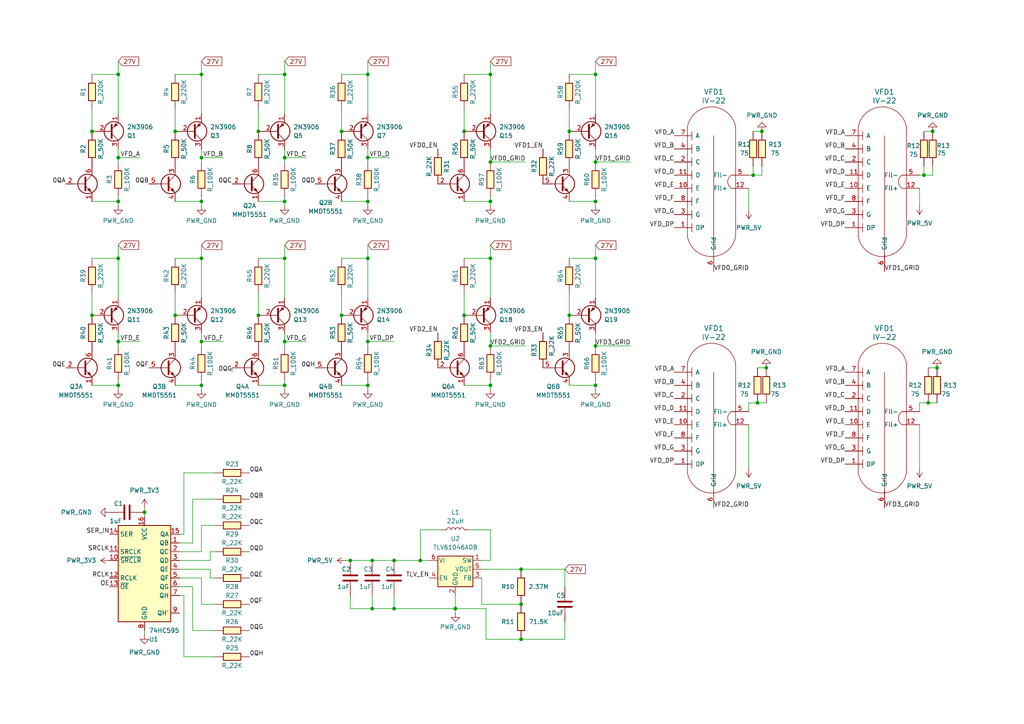
<source format=kicad_sch>
(kicad_sch (version 20230121) (generator eeschema)
  (paper "A4")
  (junction (at 26.67 38.1))
  (junction (at 106.68 99.06))
  (junction (at 106.68 21.59))
  (junction (at 107.95 162.56))
  (junction (at 101.6 162.56))
  (junction (at 106.68 58.42))
  (junction (at 82.55 58.42))
  (junction (at 142.24 74.93))
  (junction (at 142.24 21.59))
  (junction (at 132.08 176.53))
  (junction (at 58.42 99.06))
  (junction (at 106.68 45.72))
  (junction (at 172.72 46.99))
  (junction (at 172.72 58.42))
  (junction (at 165.1 38.1))
  (junction (at 219.71 116.84))
  (junction (at 142.24 58.42))
  (junction (at 121.92 162.56))
  (junction (at 106.68 111.76))
  (junction (at 270.51 38.1))
  (junction (at 82.55 99.06))
  (junction (at 58.42 45.72))
  (junction (at 34.29 99.06))
  (junction (at 34.29 21.59))
  (junction (at 50.8 38.1))
  (junction (at 82.55 111.76))
  (junction (at 58.42 74.93))
  (junction (at 58.42 58.42))
  (junction (at 58.42 21.59))
  (junction (at 74.93 91.44))
  (junction (at 82.55 45.72))
  (junction (at 34.29 45.72))
  (junction (at 58.42 111.76))
  (junction (at 41.91 148.59))
  (junction (at 114.3 176.53))
  (junction (at 172.72 74.93))
  (junction (at 222.25 106.68))
  (junction (at 107.95 176.53))
  (junction (at 142.24 100.33))
  (junction (at 267.97 50.8))
  (junction (at 172.72 21.59))
  (junction (at 50.8 91.44))
  (junction (at 151.13 175.26))
  (junction (at 106.68 74.93))
  (junction (at 142.24 46.99))
  (junction (at 220.98 38.1))
  (junction (at 165.1 91.44))
  (junction (at 74.93 38.1))
  (junction (at 99.06 91.44))
  (junction (at 151.13 185.42))
  (junction (at 34.29 74.93))
  (junction (at 269.24 116.84))
  (junction (at 114.3 162.56))
  (junction (at 34.29 111.76))
  (junction (at 82.55 21.59))
  (junction (at 218.44 50.8))
  (junction (at 271.78 106.68))
  (junction (at 82.55 74.93))
  (junction (at 99.06 38.1))
  (junction (at 172.72 111.76))
  (junction (at 26.67 91.44))
  (junction (at 172.72 100.33))
  (junction (at 142.24 111.76))
  (junction (at 34.29 58.42))
  (junction (at 134.62 91.44))
  (junction (at 151.13 165.1))
  (junction (at 134.62 38.1))
  (wire (pts (xy 218.44 48.26) (xy 218.44 50.8)))
  (wire (pts (xy 267.97 48.26) (xy 267.97 50.8)))
  (wire (pts (xy 218.44 50.8) (xy 220.98 50.8)))
  (wire (pts (xy 106.68 71.12) (xy 106.68 74.93)))
  (wire (pts (xy 114.3 99.06) (xy 106.68 99.06)))
  (wire (pts (xy 62.23 167.64) (xy 60.96 167.64)))
  (wire (pts (xy 217.17 123.19) (xy 217.17 135.89)))
  (wire (pts (xy 53.34 172.72) (xy 53.34 190.5)))
  (wire (pts (xy 58.42 113.03) (xy 58.42 111.76)))
  (wire (pts (xy 41.91 148.59) (xy 41.91 149.86)))
  (wire (pts (xy 26.67 21.59) (xy 34.29 21.59)))
  (wire (pts (xy 74.93 21.59) (xy 82.55 21.59)))
  (wire (pts (xy 99.06 31.75) (xy 99.06 38.1)))
  (wire (pts (xy 74.93 58.42) (xy 82.55 58.42)))
  (wire (pts (xy 74.93 31.75) (xy 74.93 38.1)))
  (wire (pts (xy 100.33 162.56) (xy 101.6 162.56)))
  (wire (pts (xy 26.67 111.76) (xy 34.29 111.76)))
  (wire (pts (xy 266.7 116.84) (xy 269.24 116.84)))
  (wire (pts (xy 62.23 144.78) (xy 55.88 144.78)))
  (wire (pts (xy 219.71 116.84) (xy 222.25 116.84)))
  (wire (pts (xy 142.24 162.56) (xy 139.7 162.56)))
  (wire (pts (xy 165.1 21.59) (xy 172.72 21.59)))
  (wire (pts (xy 74.93 74.93) (xy 82.55 74.93)))
  (wire (pts (xy 165.1 74.93) (xy 172.72 74.93)))
  (wire (pts (xy 114.3 172.72) (xy 114.3 176.53)))
  (wire (pts (xy 140.97 176.53) (xy 140.97 185.42)))
  (wire (pts (xy 101.6 172.72) (xy 101.6 176.53)))
  (wire (pts (xy 50.8 58.42) (xy 58.42 58.42)))
  (wire (pts (xy 82.55 17.78) (xy 82.55 21.59)))
  (wire (pts (xy 99.06 21.59) (xy 106.68 21.59)))
  (wire (pts (xy 34.29 17.78) (xy 34.29 21.59)))
  (wire (pts (xy 165.1 85.09) (xy 165.1 91.44)))
  (wire (pts (xy 40.64 45.72) (xy 34.29 45.72)))
  (wire (pts (xy 88.9 99.06) (xy 82.55 99.06)))
  (wire (pts (xy 142.24 43.18) (xy 142.24 46.99)))
  (wire (pts (xy 58.42 152.4) (xy 62.23 152.4)))
  (wire (pts (xy 34.29 74.93) (xy 34.29 86.36)))
  (wire (pts (xy 58.42 21.59) (xy 58.42 33.02)))
  (wire (pts (xy 134.62 74.93) (xy 142.24 74.93)))
  (wire (pts (xy 142.24 17.78) (xy 142.24 21.59)))
  (wire (pts (xy 217.17 54.61) (xy 217.17 60.96)))
  (wire (pts (xy 142.24 21.59) (xy 142.24 33.02)))
  (wire (pts (xy 106.68 17.78) (xy 106.68 21.59)))
  (wire (pts (xy 121.92 153.67) (xy 128.27 153.67)))
  (wire (pts (xy 142.24 153.67) (xy 142.24 162.56)))
  (wire (pts (xy 52.07 167.64) (xy 58.42 167.64)))
  (wire (pts (xy 62.23 137.16) (xy 53.34 137.16)))
  (wire (pts (xy 165.1 31.75) (xy 165.1 38.1)))
  (wire (pts (xy 82.55 21.59) (xy 82.55 33.02)))
  (wire (pts (xy 88.9 45.72) (xy 82.55 45.72)))
  (wire (pts (xy 26.67 85.09) (xy 26.67 91.44)))
  (wire (pts (xy 163.83 180.34) (xy 163.83 185.42)))
  (wire (pts (xy 172.72 71.12) (xy 172.72 74.93)))
  (wire (pts (xy 172.72 43.18) (xy 172.72 46.99)))
  (wire (pts (xy 142.24 74.93) (xy 142.24 86.36)))
  (wire (pts (xy 165.1 111.76) (xy 172.72 111.76)))
  (wire (pts (xy 53.34 190.5) (xy 62.23 190.5)))
  (wire (pts (xy 266.7 119.38) (xy 266.7 116.84)))
  (wire (pts (xy 134.62 85.09) (xy 134.62 91.44)))
  (wire (pts (xy 134.62 31.75) (xy 134.62 38.1)))
  (wire (pts (xy 220.98 50.8) (xy 220.98 48.26)))
  (wire (pts (xy 139.7 167.64) (xy 139.7 175.26)))
  (wire (pts (xy 50.8 21.59) (xy 58.42 21.59)))
  (wire (pts (xy 107.95 176.53) (xy 114.3 176.53)))
  (wire (pts (xy 172.72 74.93) (xy 172.72 86.36)))
  (wire (pts (xy 106.68 43.18) (xy 106.68 45.72)))
  (wire (pts (xy 218.44 50.8) (xy 217.17 50.8)))
  (wire (pts (xy 58.42 160.02) (xy 58.42 152.4)))
  (wire (pts (xy 142.24 113.03) (xy 142.24 111.76)))
  (wire (pts (xy 26.67 74.93) (xy 34.29 74.93)))
  (wire (pts (xy 142.24 100.33) (xy 152.4 100.33)))
  (wire (pts (xy 132.08 176.53) (xy 132.08 177.8)))
  (wire (pts (xy 55.88 144.78) (xy 55.88 157.48)))
  (wire (pts (xy 151.13 185.42) (xy 163.83 185.42)))
  (wire (pts (xy 82.55 71.12) (xy 82.55 74.93)))
  (wire (pts (xy 132.08 172.72) (xy 132.08 176.53)))
  (wire (pts (xy 172.72 59.69) (xy 172.72 58.42)))
  (wire (pts (xy 134.62 21.59) (xy 142.24 21.59)))
  (wire (pts (xy 106.68 57.15) (xy 106.68 58.42)))
  (wire (pts (xy 40.64 99.06) (xy 34.29 99.06)))
  (wire (pts (xy 101.6 162.56) (xy 107.95 162.56)))
  (wire (pts (xy 82.55 45.72) (xy 82.55 46.99)))
  (wire (pts (xy 114.3 162.56) (xy 121.92 162.56)))
  (wire (pts (xy 99.06 74.93) (xy 106.68 74.93)))
  (wire (pts (xy 172.72 46.99) (xy 182.88 46.99)))
  (wire (pts (xy 132.08 176.53) (xy 140.97 176.53)))
  (wire (pts (xy 142.24 57.15) (xy 142.24 58.42)))
  (wire (pts (xy 58.42 57.15) (xy 58.42 58.42)))
  (wire (pts (xy 50.8 111.76) (xy 58.42 111.76)))
  (wire (pts (xy 34.29 113.03) (xy 34.29 111.76)))
  (wire (pts (xy 266.7 123.19) (xy 266.7 135.89)))
  (wire (pts (xy 58.42 99.06) (xy 58.42 100.33)))
  (wire (pts (xy 52.07 170.18) (xy 55.88 170.18)))
  (wire (pts (xy 106.68 45.72) (xy 106.68 46.99)))
  (wire (pts (xy 113.03 45.72) (xy 106.68 45.72)))
  (wire (pts (xy 135.89 153.67) (xy 142.24 153.67)))
  (wire (pts (xy 58.42 45.72) (xy 58.42 46.99)))
  (wire (pts (xy 106.68 113.03) (xy 106.68 111.76)))
  (wire (pts (xy 58.42 43.18) (xy 58.42 45.72)))
  (wire (pts (xy 58.42 167.64) (xy 58.42 175.26)))
  (wire (pts (xy 121.92 162.56) (xy 124.46 162.56)))
  (wire (pts (xy 50.8 31.75) (xy 50.8 38.1)))
  (wire (pts (xy 151.13 165.1) (xy 163.83 165.1)))
  (wire (pts (xy 107.95 172.72) (xy 107.95 176.53)))
  (wire (pts (xy 218.44 38.1) (xy 220.98 38.1)))
  (wire (pts (xy 55.88 170.18) (xy 55.88 182.88)))
  (wire (pts (xy 165.1 58.42) (xy 172.72 58.42)))
  (wire (pts (xy 34.29 21.59) (xy 34.29 33.02)))
  (wire (pts (xy 134.62 58.42) (xy 142.24 58.42)))
  (wire (pts (xy 60.96 160.02) (xy 62.23 160.02)))
  (wire (pts (xy 52.07 172.72) (xy 53.34 172.72)))
  (wire (pts (xy 58.42 59.69) (xy 58.42 58.42)))
  (wire (pts (xy 26.67 31.75) (xy 26.67 38.1)))
  (wire (pts (xy 64.77 45.72) (xy 58.42 45.72)))
  (wire (pts (xy 172.72 17.78) (xy 172.72 21.59)))
  (wire (pts (xy 267.97 50.8) (xy 270.51 50.8)))
  (wire (pts (xy 82.55 113.03) (xy 82.55 111.76)))
  (wire (pts (xy 34.29 45.72) (xy 34.29 46.99)))
  (wire (pts (xy 82.55 43.18) (xy 82.55 45.72)))
  (wire (pts (xy 106.68 96.52) (xy 106.68 99.06)))
  (wire (pts (xy 82.55 57.15) (xy 82.55 58.42)))
  (wire (pts (xy 172.72 21.59) (xy 172.72 33.02)))
  (wire (pts (xy 82.55 99.06) (xy 82.55 100.33)))
  (wire (pts (xy 106.68 59.69) (xy 106.68 58.42)))
  (wire (pts (xy 163.83 165.1) (xy 163.83 170.18)))
  (wire (pts (xy 55.88 182.88) (xy 62.23 182.88)))
  (wire (pts (xy 26.67 58.42) (xy 34.29 58.42)))
  (wire (pts (xy 114.3 176.53) (xy 132.08 176.53)))
  (wire (pts (xy 41.91 182.88) (xy 41.91 184.15)))
  (wire (pts (xy 270.51 48.26) (xy 270.51 50.8)))
  (wire (pts (xy 53.34 137.16) (xy 53.34 154.94)))
  (wire (pts (xy 34.29 96.52) (xy 34.29 99.06)))
  (wire (pts (xy 142.24 46.99) (xy 152.4 46.99)))
  (wire (pts (xy 139.7 165.1) (xy 151.13 165.1)))
  (wire (pts (xy 107.95 162.56) (xy 114.3 162.56)))
  (wire (pts (xy 121.92 162.56) (xy 121.92 153.67)))
  (wire (pts (xy 67.31 106.68) (xy 67.31 107.95)))
  (wire (pts (xy 269.24 106.68) (xy 271.78 106.68)))
  (wire (pts (xy 34.29 110.49) (xy 34.29 111.76)))
  (wire (pts (xy 269.24 116.84) (xy 271.78 116.84)))
  (wire (pts (xy 99.06 111.76) (xy 106.68 111.76)))
  (wire (pts (xy 172.72 100.33) (xy 182.88 100.33)))
  (wire (pts (xy 53.34 154.94) (xy 52.07 154.94)))
  (wire (pts (xy 99.06 85.09) (xy 99.06 91.44)))
  (wire (pts (xy 34.29 71.12) (xy 34.29 74.93)))
  (wire (pts (xy 142.24 59.69) (xy 142.24 58.42)))
  (wire (pts (xy 82.55 96.52) (xy 82.55 99.06)))
  (wire (pts (xy 140.97 185.42) (xy 151.13 185.42)))
  (wire (pts (xy 50.8 85.09) (xy 50.8 91.44)))
  (wire (pts (xy 82.55 59.69) (xy 82.55 58.42)))
  (wire (pts (xy 82.55 110.49) (xy 82.55 111.76)))
  (wire (pts (xy 217.17 116.84) (xy 219.71 116.84)))
  (wire (pts (xy 267.97 38.1) (xy 270.51 38.1)))
  (wire (pts (xy 172.72 57.15) (xy 172.72 58.42)))
  (wire (pts (xy 50.8 74.93) (xy 58.42 74.93)))
  (wire (pts (xy 106.68 74.93) (xy 106.68 86.36)))
  (wire (pts (xy 60.96 167.64) (xy 60.96 165.1)))
  (wire (pts (xy 172.72 110.49) (xy 172.72 111.76)))
  (wire (pts (xy 74.93 111.76) (xy 82.55 111.76)))
  (wire (pts (xy 60.96 162.56) (xy 52.07 162.56)))
  (wire (pts (xy 219.71 106.68) (xy 222.25 106.68)))
  (wire (pts (xy 217.17 119.38) (xy 217.17 116.84)))
  (wire (pts (xy 58.42 110.49) (xy 58.42 111.76)))
  (wire (pts (xy 142.24 96.52) (xy 142.24 100.33)))
  (wire (pts (xy 266.7 54.61) (xy 266.7 59.69)))
  (wire (pts (xy 106.68 110.49) (xy 106.68 111.76)))
  (wire (pts (xy 139.7 175.26) (xy 151.13 175.26)))
  (wire (pts (xy 267.97 50.8) (xy 266.7 50.8)))
  (wire (pts (xy 106.68 21.59) (xy 106.68 33.02)))
  (wire (pts (xy 60.96 160.02) (xy 60.96 162.56)))
  (wire (pts (xy 106.68 99.06) (xy 106.68 100.33)))
  (wire (pts (xy 64.77 99.06) (xy 58.42 99.06)))
  (wire (pts (xy 34.29 99.06) (xy 34.29 100.33)))
  (wire (pts (xy 58.42 17.78) (xy 58.42 21.59)))
  (wire (pts (xy 74.93 85.09) (xy 74.93 91.44)))
  (wire (pts (xy 58.42 175.26) (xy 62.23 175.26)))
  (wire (pts (xy 34.29 59.69) (xy 34.29 58.42)))
  (wire (pts (xy 34.29 43.18) (xy 34.29 45.72)))
  (wire (pts (xy 41.91 147.32) (xy 41.91 148.59)))
  (wire (pts (xy 34.29 57.15) (xy 34.29 58.42)))
  (wire (pts (xy 142.24 71.12) (xy 142.24 74.93)))
  (wire (pts (xy 60.96 165.1) (xy 52.07 165.1)))
  (wire (pts (xy 142.24 110.49) (xy 142.24 111.76)))
  (wire (pts (xy 99.06 58.42) (xy 106.68 58.42)))
  (wire (pts (xy 58.42 71.12) (xy 58.42 74.93)))
  (wire (pts (xy 172.72 96.52) (xy 172.72 100.33)))
  (wire (pts (xy 134.62 111.76) (xy 142.24 111.76)))
  (wire (pts (xy 82.55 74.93) (xy 82.55 86.36)))
  (wire (pts (xy 101.6 176.53) (xy 107.95 176.53)))
  (wire (pts (xy 58.42 74.93) (xy 58.42 86.36)))
  (wire (pts (xy 55.88 157.48) (xy 52.07 157.48)))
  (wire (pts (xy 58.42 96.52) (xy 58.42 99.06)))
  (wire (pts (xy 172.72 113.03) (xy 172.72 111.76)))
  (wire (pts (xy 58.42 160.02) (xy 52.07 160.02)))
  (label "VFD1_GRID" (at 256.54 78.74 0))
  (label "VFD_E" (at 195.58 54.61 180))
  (label "0QD" (at 91.44 53.34 180))
  (label "0QG" (at 67.31 107.95 180))
  (label "0QH" (at 91.44 106.68 180))
  (label "VFD_F" (at 245.11 127 180))
  (label "VFD_B" (at 195.58 111.76 180))
  (label "VFD_A" (at 195.58 107.95 180))
  (label "VFD_DP" (at 195.58 66.04 180))
  (label "RCLK" (at 31.75 167.64 180))
  (label "VFD_G" (at 245.11 62.23 180))
  (label "VFD_C" (at 195.58 46.99 180))
  (label "VFD_F" (at 64.77 99.06 180))
  (label "VFD_B" (at 245.11 111.76 180))
  (label "0QB" (at 43.18 53.34 180))
  (label "0QD" (at 72.39 160.02 0))
  (label "VFD_D" (at 195.58 50.8 180))
  (label "0QG" (at 72.39 182.88 0))
  (label "VFD_B" (at 245.11 43.18 180))
  (label "VFD_G" (at 88.9 99.06 180))
  (label "VFD_DP" (at 245.11 66.04 180))
  (label "VFD_F" (at 245.11 58.42 180))
  (label "VFD_G" (at 195.58 130.81 180))
  (label "VFD_C" (at 195.58 115.57 180))
  (label "VFD0_EN" (at 127 43.18 180))
  (label "VFD_D" (at 113.03 45.72 180))
  (label "VFD_F" (at 195.58 58.42 180))
  (label "VFD_E" (at 245.11 123.19 180))
  (label "0QB" (at 72.39 144.78 0))
  (label "0QA" (at 72.39 137.16 0))
  (label "VFD_F" (at 195.58 127 180))
  (label "VFD_B" (at 195.58 43.18 180))
  (label "VFD_G" (at 195.58 62.23 180))
  (label "VFD3_GRID" (at 256.54 147.32 0))
  (label "VFD3_EN" (at 157.48 96.52 180))
  (label "VFD_B" (at 64.77 45.72 180))
  (label "VFD_DP" (at 245.11 134.62 180))
  (label "VFD_A" (at 40.64 45.72 180))
  (label "VFD_DP" (at 114.3 99.06 180))
  (label "VFD_E" (at 40.64 99.06 180))
  (label "VFD0_GRID" (at 207.01 78.74 0))
  (label "SER_IN" (at 31.75 154.94 180))
  (label "SRCLK" (at 31.75 160.02 180))
  (label "VFD_A" (at 245.11 107.95 180))
  (label "VFD_DP" (at 195.58 134.62 180))
  (label "VFD_C" (at 88.9 45.72 180))
  (label "VFD2_GRID" (at 207.01 147.32 0))
  (label "VFD0_GRID" (at 152.4 46.99 180))
  (label "VFD_A" (at 245.11 39.37 180))
  (label "0QE" (at 19.05 106.68 180))
  (label "VFD_E" (at 245.11 54.61 180))
  (label "VFD_E" (at 195.58 123.19 180))
  (label "VFD_D" (at 245.11 119.38 180))
  (label "VFD_C" (at 245.11 46.99 180))
  (label "0QF" (at 72.39 175.26 0))
  (label "0QE" (at 72.39 167.64 0))
  (label "0QC" (at 67.31 53.34 180))
  (label "VFD1_EN" (at 157.48 43.18 180))
  (label "VFD_A" (at 195.58 39.37 180))
  (label "VFD_G" (at 245.11 130.81 180))
  (label "VFD2_EN" (at 127 96.52 180))
  (label "VFD_D" (at 245.11 50.8 180))
  (label "0QH" (at 72.39 190.5 0))
  (label "VFD3_GRID" (at 182.88 100.33 180))
  (label "0QF" (at 43.18 106.68 180))
  (label "VFD2_GRID" (at 152.4 100.33 180))
  (label "0QC" (at 72.39 152.4 0))
  (label "VFD1_GRID" (at 182.88 46.99 180))
  (label "0QA" (at 19.05 53.34 180))
  (label "OE" (at 31.75 170.18 180))
  (label "TLV_EN" (at 124.46 167.64 180))
  (label "VFD_D" (at 195.58 119.38 180))
  (label "VFD_C" (at 245.11 115.57 180))
  (global_label "27V" (shape input) (at 58.42 71.12 0) (property "Intersheetrefs" "${INTERSHEET_REFS}" (effects hide)))
  (global_label "27V" (shape input) (at 172.72 71.12 0) (property "Intersheetrefs" "${INTERSHEET_REFS}" (effects hide)))
  (global_label "27V" (shape input) (at 106.68 17.78 0) (property "Intersheetrefs" "${INTERSHEET_REFS}" (effects hide)))
  (global_label "27V" (shape input) (at 163.83 165.1 0) (property "Intersheetrefs" "${INTERSHEET_REFS}" (effects hide)))
  (global_label "27V" (shape input) (at 172.72 17.78 0) (property "Intersheetrefs" "${INTERSHEET_REFS}" (effects hide)))
  (global_label "27V" (shape input) (at 106.68 71.12 0) (property "Intersheetrefs" "${INTERSHEET_REFS}" (effects hide)))
  (global_label "27V" (shape input) (at 82.55 17.78 0) (property "Intersheetrefs" "${INTERSHEET_REFS}" (effects hide)))
  (global_label "27V" (shape input) (at 58.42 17.78 0) (property "Intersheetrefs" "${INTERSHEET_REFS}" (effects hide)))
  (global_label "27V" (shape input) (at 34.29 71.12 0) (property "Intersheetrefs" "${INTERSHEET_REFS}" (effects hide)))
  (global_label "27V" (shape input) (at 142.24 71.12 0) (property "Intersheetrefs" "${INTERSHEET_REFS}" (effects hide)))
  (global_label "27V" (shape input) (at 34.29 17.78 0) (property "Intersheetrefs" "${INTERSHEET_REFS}" (effects hide)))
  (global_label "27V" (shape input) (at 142.24 17.78 0) (property "Intersheetrefs" "${INTERSHEET_REFS}" (effects hide)))
  (global_label "27V" (shape input) (at 82.55 71.12 0) (property "Intersheetrefs" "${INTERSHEET_REFS}" (effects hide)))
  (symbol (lib_id "Transistor_BJT:2N3906") (at 80.01 91.44 0) (mirror x) (unit 1)
    (property "Reference" "Q13" (at 85.09 92.71 0) (effects (justify left)))
    (property "Value" "2N3906" (at 85.09 90.17 0) (effects (justify left)))
    (property "Footprint" "Package_TO_SOT_THT:TO-92_Inline" (effects hide))
    (property "Datasheet" "https://www.onsemi.com/pub/Collateral/2N3906-D.PDF" (effects hide))
    (instances (project "vfd_clock" (path "" (reference "Q13") (unit 1))) (project "vfd_clock_display_board" (path "" (reference "Q10") (unit 1))))
  )
  (symbol (lib_id "Fab:R_1206") (at 67.31 152.4 90) (mirror x) (unit 1)
    (property "Reference" "R29" (at 67.31 154.94 90))
    (property "Value" "R_22K" (at 67.31 149.86 90))
    (property "Footprint" "Fab:R_1206" (effects hide))
    (instances (project "vfd_clock" (path "" (reference "R29") (unit 1))) (project "vfd_clock_display_board" (path "" (reference "R59") (unit 1))) (project "vfd_board" (path "" (reference "R10") (unit 1))))
  )
  (symbol (lib_id "Fab:R_1206") (at 165.1 26.67 0) (mirror y) (unit 1)
    (property "Reference" "R58" (at 162.56 26.67 90))
    (property "Value" "R_220K" (at 167.64 26.67 90))
    (property "Footprint" "Fab:R_1206" (effects hide))
    (instances (project "vfd_clock" (path "" (reference "R58") (unit 1))) (project "vfd_clock_display_board" (path "" (reference "R87") (unit 1))) (project "vfd_board" (path "" (reference "R10") (unit 1))))
  )
  (symbol (lib_id "Fab:C_1206") (at 101.6 167.64 0) (unit 1)
    (property "Reference" "C2" (at 99.06 165.1 0) (effects (justify left)))
    (property "Value" "1uF" (at 97.79 170.18 0) (effects (justify left)))
    (property "Footprint" "Fab:C_1206" (effects hide))
    (property "Datasheet" "https://www.yageo.com/upload/media/product/productsearch/datasheet/mlcc/UPY-GP_NP0_16V-to-50V_18.pdf" (effects hide))
    (instances (project "vfd_clock" (path "" (reference "C2") (unit 1)) (path "" (reference "C2") (unit 1))) (project "vfd_clock_display_board" (path "" (reference "C2") (unit 1))) (project "vfd_pcb" (path "" (reference "C1") (unit 1))))
  )
  (symbol (lib_id "Fab:R_1206") (at 58.42 52.07 0) (mirror y) (unit 1)
    (property "Reference" "R6" (at 55.88 52.07 90))
    (property "Value" "R_100K" (at 60.96 52.07 90))
    (property "Footprint" "Fab:R_1206" (effects hide))
    (instances (project "vfd_clock" (path "" (reference "R6") (unit 1))) (project "vfd_clock_display_board" (path "" (reference "R55") (unit 1))) (project "vfd_board" (path "" (reference "R10") (unit 1))))
  )
  (symbol (lib_id "Fab:PWR_3V3") (at 31.75 162.56 90) (mirror x) (unit 1)
    (property "Reference" "#PWR05" (effects hide))
    (property "Value" "PWR_3V3" (at 27.94 162.56 90) (effects (justify left)))
    (instances (project "vfd_clock" (path "" (reference "#PWR05") (unit 1)) (path "" (reference "#PWR021") (unit 1))) (project "vfd_clock_display_board" (path "" (reference "#PWR010") (unit 1))) (project "vfd_pcb" (path "" (reference "#PWR06") (unit 1))))
  )
  (symbol (lib_id "Fab:PWR_GND") (at 142.24 59.69 0) (unit 1)
    (property "Reference" "#PWR08" (effects hide))
    (property "Value" "PWR_GND" (at 146.7604 64.0253 0) (effects (justify right)))
    (instances (project "vfd_clock" (path "" (reference "#PWR08") (unit 1)) (path "" (reference "#PWR025") (unit 1))) (project "vfd_clock_display_board" (path "" (reference "#PWR021") (unit 1))) (project "vfd_pcb" (path "" (reference "#PWR02") (unit 1))))
  )
  (symbol (lib_id "Fab:PWR_GND") (at 106.68 59.69 0) (unit 1)
    (property "Reference" "#PWR08" (effects hide))
    (property "Value" "PWR_GND" (at 111.2004 64.0253 0) (effects (justify right)))
    (instances (project "vfd_clock" (path "" (reference "#PWR08") (unit 1)) (path "" (reference "#PWR023") (unit 1))) (project "vfd_clock_display_board" (path "" (reference "#PWR019") (unit 1))) (project "vfd_pcb" (path "" (reference "#PWR02") (unit 1))))
  )
  (symbol (lib_id "Fab:PWR_GND") (at 31.75 148.59 270) (mirror x) (unit 1)
    (property "Reference" "#PWR04" (effects hide))
    (property "Value" "PWR_GND" (at 26.67 148.59 90) (effects (justify right)))
    (instances (project "vfd_clock" (path "" (reference "#PWR04") (unit 1)) (path "" (reference "#PWR015") (unit 1))) (project "vfd_clock_display_board" (path "" (reference "#PWR09") (unit 1))) (project "vfd_pcb" (path "" (reference "#PWR013") (unit 1))))
  )
  (symbol (lib_id "Fab:R_1206") (at 99.06 80.01 0) (mirror y) (unit 1)
    (property "Reference" "R52" (at 96.52 80.01 90))
    (property "Value" "R_220K" (at 101.6 80.01 90))
    (property "Footprint" "Fab:R_1206" (effects hide))
    (instances (project "vfd_clock" (path "" (reference "R52") (unit 1))) (project "vfd_clock_display_board" (path "" (reference "R73") (unit 1))) (project "vfd_board" (path "" (reference "R10") (unit 1))))
  )
  (symbol (lib_id "Fab:PWR_GND") (at 41.91 184.15 0) (mirror y) (unit 1)
    (property "Reference" "#PWR07" (effects hide))
    (property "Value" "PWR_GND" (at 41.91 189.23 0))
    (instances (project "vfd_clock" (path "" (reference "#PWR07") (unit 1)) (path "" (reference "#PWR027") (unit 1))) (project "vfd_clock_display_board" (path "" (reference "#PWR014") (unit 1))) (project "vfd_pcb" (path "" (reference "#PWR03") (unit 1))))
  )
  (symbol (lib_id "Fab:R_1206") (at 165.1 96.52 0) (mirror y) (unit 1)
    (property "Reference" "R65" (at 162.56 96.52 90))
    (property "Value" "R_50K" (at 167.64 96.52 90))
    (property "Footprint" "Fab:R_1206" (effects hide))
    (instances (project "vfd_clock" (path "" (reference "R65") (unit 1))) (project "vfd_clock_display_board" (path "" (reference "R90") (unit 1))) (project "vfd_board" (path "" (reference "R10") (unit 1))))
  )
  (symbol (lib_id "Fab:R_1206") (at 82.55 105.41 0) (mirror y) (unit 1)
    (property "Reference" "R51" (at 80.01 105.41 90))
    (property "Value" "R_100K" (at 85.09 105.41 90))
    (property "Footprint" "Fab:R_1206" (effects hide))
    (instances (project "vfd_clock" (path "" (reference "R51") (unit 1))) (project "vfd_clock_display_board" (path "" (reference "R70") (unit 1))) (project "vfd_board" (path "" (reference "R10") (unit 1))))
  )
  (symbol (lib_id "Transistor_BJT:2N3906") (at 170.18 38.1 0) (mirror x) (unit 1)
    (property "Reference" "Q16" (at 175.26 39.37 0) (effects (justify left)))
    (property "Value" "2N3906" (at 175.26 36.83 0) (effects (justify left)))
    (property "Footprint" "Package_TO_SOT_THT:TO-92_Inline" (effects hide))
    (property "Datasheet" "https://www.onsemi.com/pub/Collateral/2N3906-D.PDF" (effects hide))
    (instances (project "vfd_clock" (path "" (reference "Q16") (unit 1))) (project "vfd_clock_display_board" (path "" (reference "Q17") (unit 1))))
  )
  (symbol (lib_id "Fab:R_1206") (at 219.71 111.76 0) (mirror y) (unit 1)
    (property "Reference" "R12" (at 215.9 111.76 0))
    (property "Value" "75" (at 215.9 114.3 0))
    (property "Footprint" "Fab:R_1206" (effects hide))
    (instances (project "vfd_clock" (path "" (reference "R12") (unit 1)) (path "" (reference "R14") (unit 1))) (project "vfd_clock_display_board" (path "" (reference "R94") (unit 1))) (project "vfd_pcb" (path "" (reference "R18") (unit 1))))
  )
  (symbol (lib_id "Fab:R_1206") (at 172.72 105.41 0) (mirror y) (unit 1)
    (property "Reference" "R66" (at 170.18 105.41 90))
    (property "Value" "R_100K" (at 175.26 105.41 90))
    (property "Footprint" "Fab:R_1206" (effects hide))
    (instances (project "vfd_clock" (path "" (reference "R66") (unit 1))) (project "vfd_clock_display_board" (path "" (reference "R92") (unit 1))) (project "vfd_board" (path "" (reference "R10") (unit 1))))
  )
  (symbol (lib_id "Fab:R_1206") (at 270.51 43.18 0) (mirror y) (unit 1)
    (property "Reference" "R13" (at 273.5798 42.2327 0))
    (property "Value" "75" (at 273.05 44.45 0))
    (property "Footprint" "Fab:R_1206" (effects hide))
    (instances (project "vfd_clock" (path "" (reference "R13") (unit 1)) (path "" (reference "R19") (unit 1))) (project "vfd_clock_display_board" (path "" (reference "R99") (unit 1))) (project "vfd_pcb" (path "" (reference "R17") (unit 1))))
  )
  (symbol (lib_id "Transistor_BJT:2N3906") (at 139.7 91.44 0) (mirror x) (unit 1)
    (property "Reference" "Q18" (at 144.78 92.71 0) (effects (justify left)))
    (property "Value" "2N3906" (at 144.78 90.17 0) (effects (justify left)))
    (property "Footprint" "Package_TO_SOT_THT:TO-92_Inline" (effects hide))
    (property "Datasheet" "https://www.onsemi.com/pub/Collateral/2N3906-D.PDF" (effects hide))
    (instances (project "vfd_clock" (path "" (reference "Q18") (unit 1))) (project "vfd_clock_display_board" (path "" (reference "Q16") (unit 1))))
  )
  (symbol (lib_id "Fab:PWR_GND") (at 58.42 59.69 0) (unit 1)
    (property "Reference" "#PWR08" (effects hide))
    (property "Value" "PWR_GND" (at 62.9404 64.0253 0) (effects (justify right)))
    (instances (project "vfd_clock" (path "" (reference "#PWR08") (unit 1)) (path "" (reference "#PWR020") (unit 1))) (project "vfd_clock_display_board" (path "" (reference "#PWR015") (unit 1))) (project "vfd_pcb" (path "" (reference "#PWR02") (unit 1))))
  )
  (symbol (lib_id "Fab:PWR_GND") (at 271.78 106.68 0) (mirror x) (unit 1)
    (property "Reference" "#PWR013" (effects hide))
    (property "Value" "PWR_GND" (at 276.3186 102.0573 0) (effects (justify right)))
    (instances (project "vfd_clock" (path "" (reference "#PWR013") (unit 1)) (path "" (reference "#PWR017") (unit 1))) (project "vfd_clock_display_board" (path "" (reference "#PWR032") (unit 1))) (project "vfd_pcb" (path "" (reference "#PWR012") (unit 1))))
  )
  (symbol (lib_id "Fab:PWR_3V3") (at 41.91 147.32 0) (mirror y) (unit 1)
    (property "Reference" "#PWR06" (effects hide))
    (property "Value" "PWR_3V3" (at 41.91 142.24 0))
    (instances (project "vfd_clock" (path "" (reference "#PWR06") (unit 1)) (path "" (reference "#PWR014") (unit 1))) (project "vfd_clock_display_board" (path "" (reference "#PWR013") (unit 1))) (project "vfd_pcb" (path "" (reference "#PWR01") (unit 1))))
  )
  (symbol (lib_id "Fab:PWR_GND") (at 106.68 113.03 0) (unit 1)
    (property "Reference" "#PWR08" (effects hide))
    (property "Value" "PWR_GND" (at 111.2004 117.3653 0) (effects (justify right)))
    (instances (project "vfd_clock" (path "" (reference "#PWR08") (unit 1)) (path "" (reference "#PWR024") (unit 1))) (project "vfd_clock_display_board" (path "" (reference "#PWR020") (unit 1))) (project "vfd_pcb" (path "" (reference "#PWR02") (unit 1))))
  )
  (symbol (lib_id "Fab:R_1206") (at 134.62 80.01 0) (mirror y) (unit 1)
    (property "Reference" "R61" (at 132.08 80.01 90))
    (property "Value" "R_220K" (at 137.16 80.01 90))
    (property "Footprint" "Fab:R_1206" (effects hide))
    (instances (project "vfd_clock" (path "" (reference "R61") (unit 1))) (project "vfd_clock_display_board" (path "" (reference "R81") (unit 1))) (project "vfd_board" (path "" (reference "R10") (unit 1))))
  )
  (symbol (lib_id "Fab:R_1206") (at 82.55 52.07 0) (mirror y) (unit 1)
    (property "Reference" "R35" (at 80.01 52.07 90))
    (property "Value" "R_100K" (at 85.09 52.07 90))
    (property "Footprint" "Fab:R_1206" (effects hide))
    (instances (project "vfd_clock" (path "" (reference "R35") (unit 1))) (project "vfd_clock_display_board" (path "" (reference "R69") (unit 1))) (project "vfd_board" (path "" (reference "R10") (unit 1))))
  )
  (symbol (lib_id "Transistor_BJT:2N3906") (at 55.88 91.44 0) (mirror x) (unit 1)
    (property "Reference" "Q12" (at 60.96 92.71 0) (effects (justify left)))
    (property "Value" "2N3906" (at 60.96 90.17 0) (effects (justify left)))
    (property "Footprint" "Package_TO_SOT_THT:TO-92_Inline" (effects hide))
    (property "Datasheet" "https://www.onsemi.com/pub/Collateral/2N3906-D.PDF" (effects hide))
    (instances (project "vfd_clock" (path "" (reference "Q12") (unit 1))) (project "vfd_clock_display_board" (path "" (reference "Q6") (unit 1))))
  )
  (symbol (lib_id "Fab:PWR_5V") (at 266.7 135.89 0) (mirror x) (unit 1)
    (property "Reference" "#PWR012" (effects hide))
    (property "Value" "PWR_5V" (at 266.7 140.97 0))
    (instances (project "vfd_clock" (path "" (reference "#PWR012") (unit 1)) (path "" (reference "#PWR016") (unit 1))) (project "vfd_clock_display_board" (path "" (reference "#PWR030") (unit 1))) (project "vfd_pcb" (path "" (reference "#PWR011") (unit 1))))
  )
  (symbol (lib_id "Transistor_BJT:MMDT5551") (at 132.08 53.34 0) (unit 1)
    (property "Reference" "Q5" (effects hide))
    (property "Value" "MMDT5551" (effects hide))
    (property "Footprint" "Package_TO_SOT_SMD:SOT-363_SC-70-6" (effects hide))
    (property "Datasheet" "http://www.diodes.com/_files/datasheets/ds30172.pdf" (effects hide))
    (instances (project "vfd_clock" (path "" (reference "Q5") (unit 1)) (path "" (reference "Q9") (unit 1))) (project "vfd_clock_display_board" (path "" (reference "Q13") (unit 1))) (project "vfd_pcb" (path "" (reference "Q3") (unit 1))))
  )
  (symbol (lib_id "Fab:R_1206") (at 50.8 26.67 0) (mirror y) (unit 1)
    (property "Reference" "R4" (at 48.26 26.67 90))
    (property "Value" "R_220K" (at 53.34 26.67 90))
    (property "Footprint" "Fab:R_1206" (effects hide))
    (instances (project "vfd_clock" (path "" (reference "R4") (unit 1))) (project "vfd_clock_display_board" (path "" (reference "R51") (unit 1))) (project "vfd_board" (path "" (reference "R10") (unit 1))))
  )
  (symbol (lib_id "Fab:R_1206") (at 222.25 111.76 0) (mirror y) (unit 1)
    (property "Reference" "R13" (at 226.06 111.76 0))
    (property "Value" "75" (at 224.79 114.3 0))
    (property "Footprint" "Fab:R_1206" (effects hide))
    (instances (project "vfd_clock" (path "" (reference "R13") (unit 1)) (path "" (reference "R16") (unit 1))) (project "vfd_clock_display_board" (path "" (reference "R96") (unit 1))) (project "vfd_pcb" (path "" (reference "R17") (unit 1))))
  )
  (symbol (lib_id "Transistor_BJT:2N3906") (at 104.14 91.44 0) (mirror x) (unit 1)
    (property "Reference" "Q14" (at 109.22 92.71 0) (effects (justify left)))
    (property "Value" "2N3906" (at 109.22 90.17 0) (effects (justify left)))
    (property "Footprint" "Package_TO_SOT_THT:TO-92_Inline" (effects hide))
    (property "Datasheet" "https://www.onsemi.com/pub/Collateral/2N3906-D.PDF" (effects hide))
    (instances (project "vfd_clock" (path "" (reference "Q14") (unit 1))) (project "vfd_clock_display_board" (path "" (reference "Q12") (unit 1))))
  )
  (symbol (lib_id "Transistor_BJT:2N3906") (at 31.75 38.1 0) (mirror x) (unit 1)
    (property "Reference" "Q1" (at 36.83 39.37 0) (effects (justify left)))
    (property "Value" "2N3906" (at 36.83 36.83 0) (effects (justify left)))
    (property "Footprint" "Package_TO_SOT_THT:TO-92_Inline" (effects hide))
    (property "Datasheet" "https://www.onsemi.com/pub/Collateral/2N3906-D.PDF" (effects hide))
    (instances (project "vfd_clock" (path "" (reference "Q1") (unit 1))) (project "vfd_clock_display_board" (path "" (reference "Q3") (unit 1))))
  )
  (symbol (lib_id "Fab:R_1206") (at 99.06 96.52 0) (mirror y) (unit 1)
    (property "Reference" "R53" (at 96.52 96.52 90))
    (property "Value" "R_50K" (at 101.6 96.52 90))
    (property "Footprint" "Fab:R_1206" (effects hide))
    (instances (project "vfd_clock" (path "" (reference "R53") (unit 1))) (project "vfd_clock_display_board" (path "" (reference "R74") (unit 1))) (project "vfd_board" (path "" (reference "R10") (unit 1))))
  )
  (symbol (lib_id "VFDs:IV-22") (at 207.01 124.46 0) (unit 1)
    (property "Reference" "VFD1" (at 207.01 95.25 0) (effects (font (size 1.524 1.524))))
    (property "Value" "IV-22" (at 207.01 97.79 0) (effects (font (size 1.524 1.524))))
    (property "Footprint" "VFD:IV-22" (effects hide))
    (instances (project "vfd_clock" (path "" (reference "VFD1") (unit 1)) (path "" (reference "VFD2") (unit 1))) (project "vfd_clock_display_board" (path "" (reference "VFD6") (unit 1))) (project "vfd_pcb" (path "" (reference "VFD1") (unit 1))))
  )
  (symbol (lib_id "Fab:R_1206") (at 220.98 43.18 0) (mirror y) (unit 1)
    (property "Reference" "R13" (at 224.79 41.91 0))
    (property "Value" "75" (at 224.79 44.45 0))
    (property "Footprint" "Fab:R_1206" (effects hide))
    (instances (project "vfd_clock" (path "" (reference "R13") (unit 1)) (path "" (reference "R12") (unit 1))) (project "vfd_clock_display_board" (path "" (reference "R95") (unit 1))) (project "vfd_pcb" (path "" (reference "R17") (unit 1))))
  )
  (symbol (lib_id "Fab:PWR_5V") (at 100.33 162.56 90) (mirror x) (unit 1)
    (property "Reference" "#PWR010" (effects hide))
    (property "Value" "PWR_5V" (at 96.52 162.56 90) (effects (justify left)))
    (instances (project "vfd_clock" (path "" (reference "#PWR010") (unit 1)) (path "" (reference "#PWR010") (unit 1))) (project "vfd_clock_display_board" (path "" (reference "#PWR033") (unit 1))) (project "vfd_pcb" (path "" (reference "#PWR09") (unit 1))))
  )
  (symbol (lib_id "Fab:R_1206") (at 26.67 26.67 0) (mirror y) (unit 1)
    (property "Reference" "R1" (at 24.13 26.67 90))
    (property "Value" "R_220K" (at 29.21 26.67 90))
    (property "Footprint" "Fab:R_1206" (effects hide))
    (instances (project "vfd_clock" (path "" (reference "R1") (unit 1))) (project "vfd_clock_display_board" (path "" (reference "R45") (unit 1))) (project "vfd_board" (path "" (reference "R10") (unit 1))))
  )
  (symbol (lib_id "Fab:PWR_GND") (at 222.25 106.68 0) (mirror x) (unit 1)
    (property "Reference" "#PWR013" (effects hide))
    (property "Value" "PWR_GND" (at 226.7886 102.0573 0) (effects (justify right)))
    (instances (project "vfd_clock" (path "" (reference "#PWR013") (unit 1)) (path "" (reference "#PWR09") (unit 1))) (project "vfd_clock_display_board" (path "" (reference "#PWR028") (unit 1))) (project "vfd_pcb" (path "" (reference "#PWR012") (unit 1))))
  )
  (symbol (lib_id "Fab:PWR_5V") (at 217.17 135.89 0) (mirror x) (unit 1)
    (property "Reference" "#PWR012" (effects hide))
    (property "Value" "PWR_5V" (at 217.17 140.97 0))
    (instances (project "vfd_clock" (path "" (reference "#PWR012") (unit 1)) (path "" (reference "#PWR05") (unit 1))) (project "vfd_clock_display_board" (path "" (reference "#PWR026") (unit 1))) (project "vfd_pcb" (path "" (reference "#PWR011") (unit 1))))
  )
  (symbol (lib_id "Fab:PWR_GND") (at 220.98 38.1 0) (mirror x) (unit 1)
    (property "Reference" "#PWR013" (effects hide))
    (property "Value" "PWR_GND" (at 225.5186 33.4773 0) (effects (justify right)))
    (instances (project "vfd_clock" (path "" (reference "#PWR013") (unit 1)) (path "" (reference "#PWR08") (unit 1))) (project "vfd_clock_display_board" (path "" (reference "#PWR027") (unit 1))) (project "vfd_pcb" (path "" (reference "#PWR012") (unit 1))))
  )
  (symbol (lib_id "Transistor_BJT:2N3906") (at 80.01 38.1 0) (mirror x) (unit 1)
    (property "Reference" "Q5" (at 85.09 39.37 0) (effects (justify left)))
    (property "Value" "2N3906" (at 85.09 36.83 0) (effects (justify left)))
    (property "Footprint" "Package_TO_SOT_THT:TO-92_Inline" (effects hide))
    (property "Datasheet" "https://www.onsemi.com/pub/Collateral/2N3906-D.PDF" (effects hide))
    (instances (project "vfd_clock" (path "" (reference "Q5") (unit 1))) (project "vfd_clock_display_board" (path "" (reference "Q9") (unit 1))))
  )
  (symbol (lib_id "Fab:R_1206") (at 106.68 52.07 0) (mirror y) (unit 1)
    (property "Reference" "R38" (at 104.14 52.07 90))
    (property "Value" "R_100K" (at 109.22 52.07 90))
    (property "Footprint" "Fab:R_1206" (effects hide))
    (instances (project "vfd_clock" (path "" (reference "R38") (unit 1))) (project "vfd_clock_display_board" (path "" (reference "R75") (unit 1))) (project "vfd_board" (path "" (reference "R10") (unit 1))))
  )
  (symbol (lib_id "Fab:R_1206") (at 67.31 175.26 270) (mirror x) (unit 1)
    (property "Reference" "R27" (at 67.31 172.72 90))
    (property "Value" "R_22K" (at 67.31 177.8 90))
    (property "Footprint" "Fab:R_1206" (effects hide))
    (instances (project "vfd_clock" (path "" (reference "R27") (unit 1))) (project "vfd_clock_display_board" (path "" (reference "R62") (unit 1))) (project "vfd_board" (path "" (reference "R10") (unit 1))))
  )
  (symbol (lib_id "Fab:PWR_GND") (at 34.29 113.03 0) (unit 1)
    (property "Reference" "#PWR08" (effects hide))
    (property "Value" "PWR_GND" (at 38.8104 117.3653 0) (effects (justify right)))
    (instances (project "vfd_clock" (path "" (reference "#PWR08") (unit 1)) (path "" (reference "#PWR07") (unit 1))) (project "vfd_clock_display_board" (path "" (reference "#PWR012") (unit 1))) (project "vfd_pcb" (path "" (reference "#PWR02") (unit 1))))
  )
  (symbol (lib_id "Fab:R_1206") (at 134.62 26.67 0) (mirror y) (unit 1)
    (property "Reference" "R55" (at 132.08 26.67 90))
    (property "Value" "R_220K" (at 137.16 26.67 90))
    (property "Footprint" "Fab:R_1206" (effects hide))
    (instances (project "vfd_clock" (path "" (reference "R55") (unit 1))) (project "vfd_clock_display_board" (path "" (reference "R79") (unit 1))) (project "vfd_board" (path "" (reference "R10") (unit 1))))
  )
  (symbol (lib_id "Transistor_BJT:MMDT5551") (at 48.26 53.34 0) (unit 2)
    (property "Reference" "Q1" (effects hide))
    (property "Value" "MMDT5551" (effects hide))
    (property "Footprint" "Package_TO_SOT_SMD:SOT-363_SC-70-6" (effects hide))
    (property "Datasheet" "http://www.diodes.com/_files/datasheets/ds30172.pdf" (effects hide))
    (instances (project "vfd_clock" (path "" (reference "Q1") (unit 2)) (path "" (reference "Q2") (unit 2))) (project "vfd_clock_display_board" (path "" (reference "Q1") (unit 2))) (project "vfd_pcb" (path "" (reference "Q3") (unit 2))))
  )
  (symbol (lib_id "Fab:R_1206") (at 50.8 43.18 0) (mirror y) (unit 1)
    (property "Reference" "R5" (at 48.26 43.18 90))
    (property "Value" "R_50K" (at 53.34 43.18 90))
    (property "Footprint" "Fab:R_1206" (effects hide))
    (instances (project "vfd_clock" (path "" (reference "R5") (unit 1))) (project "vfd_clock_display_board" (path "" (reference "R52") (unit 1))) (project "vfd_board" (path "" (reference "R10") (unit 1))))
  )
  (symbol (lib_id "Transistor_BJT:2N3906") (at 31.75 91.44 0) (mirror x) (unit 1)
    (property "Reference" "Q11" (at 36.83 92.71 0) (effects (justify left)))
    (property "Value" "2N3906" (at 36.83 90.17 0) (effects (justify left)))
    (property "Footprint" "Package_TO_SOT_THT:TO-92_Inline" (effects hide))
    (property "Datasheet" "https://www.onsemi.com/pub/Collateral/2N3906-D.PDF" (effects hide))
    (instances (project "vfd_clock" (path "" (reference "Q11") (unit 1))) (project "vfd_clock_display_board" (path "" (reference "Q4") (unit 1))))
  )
  (symbol (lib_id "Fab:R_1206") (at 67.31 160.02 90) (mirror x) (unit 1)
    (property "Reference" "R30" (at 67.31 162.56 90))
    (property "Value" "R_22K" (at 67.31 157.48 90))
    (property "Footprint" "Fab:R_1206" (effects hide))
    (instances (project "vfd_clock" (path "" (reference "R30") (unit 1))) (project "vfd_clock_display_board" (path "" (reference "R60") (unit 1))) (project "vfd_board" (path "" (reference "R10") (unit 1))))
  )
  (symbol (lib_id "Fab:R_1206") (at 127 48.26 0) (mirror x) (unit 1)
    (property "Reference" "R31" (at 129.54 48.26 90))
    (property "Value" "R_22K" (at 124.46 48.26 90))
    (property "Footprint" "Fab:R_1206" (effects hide))
    (instances (project "vfd_clock" (path "" (reference "R31") (unit 1))) (project "vfd_clock_display_board" (path "" (reference "R77") (unit 1))) (project "vfd_board" (path "" (reference "R10") (unit 1))))
  )
  (symbol (lib_id "Fab:R_1206") (at 74.93 80.01 0) (mirror y) (unit 1)
    (property "Reference" "R45" (at 72.39 80.01 90))
    (property "Value" "R_220K" (at 77.47 80.01 90))
    (property "Footprint" "Fab:R_1206" (effects hide))
    (instances (project "vfd_clock" (path "" (reference "R45") (unit 1))) (project "vfd_clock_display_board" (path "" (reference "R67") (unit 1))) (project "vfd_board" (path "" (reference "R10") (unit 1))))
  )
  (symbol (lib_id "VFDs:IV-22") (at 256.54 55.88 0) (unit 1)
    (property "Reference" "VFD1" (at 256.54 26.67 0) (effects (font (size 1.524 1.524))))
    (property "Value" "IV-22" (at 256.54 29.21 0) (effects (font (size 1.524 1.524))))
    (property "Footprint" "VFD:IV-22" (effects hide))
    (instances (project "vfd_clock" (path "" (reference "VFD1") (unit 1)) (path "" (reference "VFD3") (unit 1))) (project "vfd_clock_display_board" (path "" (reference "VFD7") (unit 1))) (project "vfd_pcb" (path "" (reference "VFD1") (unit 1))))
  )
  (symbol (lib_id "74xx:74HC595") (at 41.91 165.1 0) (unit 1)
    (property "Reference" "U1" (at 43.18 185.42 0) (effects (justify left)))
    (property "Value" "74HC595" (at 43.18 182.88 0) (effects (justify left)))
    (property "Footprint" "Package_SO:SOIC-16_3.9x9.9mm_P1.27mm" (effects hide))
    (property "Datasheet" "http://www.ti.com/lit/ds/symlink/sn74hc595.pdf" (effects hide))
    (instances (project "vfd_clock" (path "" (reference "U1") (unit 1)) (path "" (reference "U3") (unit 1))) (project "vfd_clock_display_board" (path "" (reference "U1") (unit 1))) (project "vfd_pcb" (path "" (reference "U1") (unit 1))))
  )
  (symbol (lib_id "Fab:PWR_GND") (at 142.24 113.03 0) (unit 1)
    (property "Reference" "#PWR08" (effects hide))
    (property "Value" "PWR_GND" (at 146.7604 117.3653 0) (effects (justify right)))
    (instances (project "vfd_clock" (path "" (reference "#PWR08") (unit 1)) (path "" (reference "#PWR028") (unit 1))) (project "vfd_clock_display_board" (path "" (reference "#PWR022") (unit 1))) (project "vfd_pcb" (path "" (reference "#PWR02") (unit 1))))
  )
  (symbol (lib_id "VFDs:IV-22") (at 207.01 55.88 0) (unit 1)
    (property "Reference" "VFD1" (at 207.01 26.67 0) (effects (font (size 1.524 1.524))))
    (property "Value" "IV-22" (at 207.01 29.21 0) (effects (font (size 1.524 1.524))))
    (property "Footprint" "VFD:IV-22" (effects hide))
    (instances (project "vfd_clock" (path "" (reference "VFD1") (unit 1)) (path "" (reference "VFD1") (unit 1))) (project "vfd_clock_display_board" (path "" (reference "VFD5") (unit 1))) (project "vfd_pcb" (path "" (reference "VFD1") (unit 1))))
  )
  (symbol (lib_id "Fab:R_1206") (at 99.06 43.18 0) (mirror y) (unit 1)
    (property "Reference" "R37" (at 96.52 43.18 90))
    (property "Value" "R_50K" (at 101.6 43.18 90))
    (property "Footprint" "Fab:R_1206" (effects hide))
    (instances (project "vfd_clock" (path "" (reference "R37") (unit 1))) (project "vfd_clock_display_board" (path "" (reference "R72") (unit 1))) (project "vfd_board" (path "" (reference "R10") (unit 1))))
  )
  (symbol (lib_id "Transistor_BJT:MMDT5551") (at 96.52 53.34 0) (unit 2)
    (property "Reference" "Q2" (at 94.4678 58.7694 0))
    (property "Value" "MMDT5551" (at 94.4678 61.3094 0))
    (property "Footprint" "Package_TO_SOT_SMD:SOT-363_SC-70-6" (effects hide))
    (property "Datasheet" "http://www.diodes.com/_files/datasheets/ds30172.pdf" (effects hide))
    (instances (project "vfd_clock" (path "" (reference "Q2") (unit 2)) (path "" (reference "Q4") (unit 2))) (project "vfd_clock_display_board" (path "" (reference "Q7") (unit 2))) (project "vfd_pcb" (path "" (reference "Q4") (unit 2))))
  )
  (symbol (lib_id "Fab:C_1206") (at 114.3 167.64 0) (unit 1)
    (property "Reference" "C4" (at 111.76 165.1 0) (effects (justify left)))
    (property "Value" "1uF" (at 110.49 170.18 0) (effects (justify left)))
    (property "Footprint" "Fab:C_1206" (effects hide))
    (property "Datasheet" "https://www.yageo.com/upload/media/product/productsearch/datasheet/mlcc/UPY-GP_NP0_16V-to-50V_18.pdf" (effects hide))
    (instances (project "vfd_clock" (path "" (reference "C4") (unit 1)) (path "" (reference "C4") (unit 1))) (project "vfd_clock_display_board" (path "" (reference "C4") (unit 1))) (project "vfd_pcb" (path "" (reference "C3") (unit 1))))
  )
  (symbol (lib_id "Fab:R_1206") (at 157.48 48.26 0) (mirror y) (unit 1)
    (property "Reference" "R32" (at 154.94 48.26 90))
    (property "Value" "R_22K" (at 160.02 48.26 90))
    (property "Footprint" "Fab:R_1206" (effects hide))
    (instances (project "vfd_clock" (path "" (reference "R32") (unit 1))) (project "vfd_clock_display_board" (path "" (reference "R85") (unit 1))) (project "vfd_board" (path "" (reference "R10") (unit 1))))
  )
  (symbol (lib_id "Fab:R_1206") (at 74.93 96.52 0) (mirror y) (unit 1)
    (property "Reference" "R46" (at 72.39 96.52 90))
    (property "Value" "R_50K" (at 77.47 96.52 90))
    (property "Footprint" "Fab:R_1206" (effects hide))
    (instances (project "vfd_clock" (path "" (reference "R46") (unit 1))) (project "vfd_clock_display_board" (path "" (reference "R68") (unit 1))) (project "vfd_board" (path "" (reference "R10") (unit 1))))
  )
  (symbol (lib_id "Transistor_BJT:2N3906") (at 55.88 38.1 0) (mirror x) (unit 1)
    (property "Reference" "Q3" (at 60.96 39.37 0) (effects (justify left)))
    (property "Value" "2N3906" (at 60.96 36.83 0) (effects (justify left)))
    (property "Footprint" "Package_TO_SOT_THT:TO-92_Inline" (effects hide))
    (property "Datasheet" "https://www.onsemi.com/pub/Collateral/2N3906-D.PDF" (effects hide))
    (instances (project "vfd_clock" (path "" (reference "Q3") (unit 1))) (project "vfd_clock_display_board" (path "" (reference "Q5") (unit 1))))
  )
  (symbol (lib_id "Transistor_BJT:MMDT5551") (at 24.13 53.34 0) (unit 1)
    (property "Reference" "Q1" (effects hide))
    (property "Value" "MMDT5551" (effects hide))
    (property "Footprint" "Package_TO_SOT_SMD:SOT-363_SC-70-6" (effects hide))
    (property "Datasheet" "http://www.diodes.com/_files/datasheets/ds30172.pdf" (effects hide))
    (instances (project "vfd_clock" (path "" (reference "Q1") (unit 1)) (path "" (reference "Q2") (unit 1))) (project "vfd_clock_display_board" (path "" (reference "Q1") (unit 1))) (project "vfd_pcb" (path "" (reference "Q3") (unit 1))))
  )
  (symbol (lib_id "Fab:R_1206") (at 99.06 26.67 0) (mirror y) (unit 1)
    (property "Reference" "R36" (at 96.52 26.67 90))
    (property "Value" "R_220K" (at 101.6 26.67 90))
    (property "Footprint" "Fab:R_1206" (effects hide))
    (instances (project "vfd_clock" (path "" (reference "R36") (unit 1))) (project "vfd_clock_display_board" (path "" (reference "R71") (unit 1))) (project "vfd_board" (path "" (reference "R10") (unit 1))))
  )
  (symbol (lib_id "Fab:PWR_GND") (at 132.08 177.8 0) (mirror y) (unit 1)
    (property "Reference" "#PWR011" (effects hide))
    (property "Value" "PWR_GND" (at 127.5567 181.8501 0) (effects (justify right)))
    (instances (project "vfd_clock" (path "" (reference "#PWR011") (unit 1)) (path "" (reference "#PWR011") (unit 1))) (project "vfd_clock_display_board" (path "" (reference "#PWR034") (unit 1))) (project "vfd_pcb" (path "" (reference "#PWR010") (unit 1))))
  )
  (symbol (lib_id "Fab:R_1206") (at 67.31 167.64 90) (mirror x) (unit 1)
    (property "Reference" "R28" (at 67.31 170.18 90))
    (property "Value" "R_22K" (at 67.31 165.1 90))
    (property "Footprint" "Fab:R_1206" (effects hide))
    (instances (project "vfd_clock" (path "" (reference "R28") (unit 1))) (project "vfd_clock_display_board" (path "" (reference "R61") (unit 1))) (project "vfd_board" (path "" (reference "R10") (unit 1))))
  )
  (symbol (lib_id "VFDs:IV-22") (at 256.54 124.46 0) (unit 1)
    (property "Reference" "VFD1" (at 256.54 95.25 0) (effects (font (size 1.524 1.524))))
    (property "Value" "IV-22" (at 256.54 97.79 0) (effects (font (size 1.524 1.524))))
    (property "Footprint" "VFD:IV-22" (effects hide))
    (instances (project "vfd_clock" (path "" (reference "VFD1") (unit 1)) (path "" (reference "VFD4") (unit 1))) (project "vfd_clock_display_board" (path "" (reference "VFD8") (unit 1))) (project "vfd_pcb" (path "" (reference "VFD1") (unit 1))))
  )
  (symbol (lib_id "Fab:R_1206") (at 74.93 43.18 0) (mirror y) (unit 1)
    (property "Reference" "R8" (at 72.39 43.18 90))
    (property "Value" "R_50K" (at 77.47 43.18 90))
    (property "Footprint" "Fab:R_1206" (effects hide))
    (instances (project "vfd_clock" (path "" (reference "R8") (unit 1))) (project "vfd_clock_display_board" (path "" (reference "R66") (unit 1))) (project "vfd_board" (path "" (reference "R10") (unit 1))))
  )
  (symbol (lib_id "Fab:R_1206") (at 58.42 105.41 0) (mirror y) (unit 1)
    (property "Reference" "R44" (at 55.88 105.41 90))
    (property "Value" "R_100K" (at 60.96 105.41 90))
    (property "Footprint" "Fab:R_1206" (effects hide))
    (instances (project "vfd_clock" (path "" (reference "R44") (unit 1))) (project "vfd_clock_display_board" (path "" (reference "R56") (unit 1))) (project "vfd_board" (path "" (reference "R10") (unit 1))))
  )
  (symbol (lib_id "Transistor_BJT:MMDT5551") (at 162.56 106.68 0) (unit 2)
    (property "Reference" "Q6" (at 160.5078 112.1094 0))
    (property "Value" "MMDT5551" (at 160.5078 114.6494 0))
    (property "Footprint" "Package_TO_SOT_SMD:SOT-363_SC-70-6" (effects hide))
    (property "Datasheet" "http://www.diodes.com/_files/datasheets/ds30172.pdf" (effects hide))
    (instances (project "vfd_clock" (path "" (reference "Q6") (unit 2)) (path "" (reference "Q10") (unit 2))) (project "vfd_clock_display_board" (path "" (reference "Q14") (unit 2))) (project "vfd_pcb" (path "" (reference "Q4") (unit 2))))
  )
  (symbol (lib_id "Fab:PWR_GND") (at 58.42 113.03 0) (unit 1)
    (property "Reference" "#PWR08" (effects hide))
    (property "Value" "PWR_GND" (at 62.9404 117.3653 0) (effects (justify right)))
    (instances (project "vfd_clock" (path "" (reference "#PWR08") (unit 1)) (path "" (reference "#PWR018") (unit 1))) (project "vfd_clock_display_board" (path "" (reference "#PWR016") (unit 1))) (project "vfd_pcb" (path "" (reference "#PWR02") (unit 1))))
  )
  (symbol (lib_id "Fab:R_1206") (at 127 101.6 0) (mirror y) (unit 1)
    (property "Reference" "R34" (at 124.46 101.6 90))
    (property "Value" "R_22K" (at 129.54 101.6 90))
    (property "Footprint" "Fab:R_1206" (effects hide))
    (instances (project "vfd_clock" (path "" (reference "R34") (unit 1))) (project "vfd_clock_display_board" (path "" (reference "R78") (unit 1))) (project "vfd_board" (path "" (reference "R10") (unit 1))))
  )
  (symbol (lib_id "Fab:PWR_5V") (at 217.17 60.96 0) (mirror x) (unit 1)
    (property "Reference" "#PWR012" (effects hide))
    (property "Value" "PWR_5V" (at 217.17 66.04 0))
    (instances (project "vfd_clock" (path "" (reference "#PWR012") (unit 1)) (path "" (reference "#PWR04") (unit 1))) (project "vfd_clock_display_board" (path "" (reference "#PWR025") (unit 1))) (project "vfd_pcb" (path "" (reference "#PWR011") (unit 1))))
  )
  (symbol (lib_id "Fab:R_1206") (at 26.67 96.52 0) (mirror y) (unit 1)
    (property "Reference" "R40" (at 24.13 96.52 90))
    (property "Value" "R_50K" (at 29.21 96.52 90))
    (property "Footprint" "Fab:R_1206" (effects hide))
    (instances (project "vfd_clock" (path "" (reference "R40") (unit 1))) (project "vfd_clock_display_board" (path "" (reference "R48") (unit 1))) (project "vfd_board" (path "" (reference "R10") (unit 1))))
  )
  (symbol (lib_id "Fab:PWR_GND") (at 82.55 113.03 0) (unit 1)
    (property "Reference" "#PWR08" (effects hide))
    (property "Value" "PWR_GND" (at 87.0704 117.3653 0) (effects (justify right)))
    (instances (project "vfd_clock" (path "" (reference "#PWR08") (unit 1)) (path "" (reference "#PWR019") (unit 1))) (project "vfd_clock_display_board" (path "" (reference "#PWR018") (unit 1))) (project "vfd_pcb" (path "" (reference "#PWR02") (unit 1))))
  )
  (symbol (lib_id "Fab:R_1206") (at 34.29 105.41 0) (mirror y) (unit 1)
    (property "Reference" "R41" (at 31.75 105.41 90))
    (property "Value" "R_100K" (at 36.83 105.41 90))
    (property "Footprint" "Fab:R_1206" (effects hide))
    (instances (project "vfd_clock" (path "" (reference "R41") (unit 1))) (project "vfd_clock_display_board" (path "" (reference "R50") (unit 1))) (project "vfd_board" (path "" (reference "R10") (unit 1))))
  )
  (symbol (lib_id "Fab:R_1206") (at 142.24 105.41 0) (mirror y) (unit 1)
    (property "Reference" "R63" (at 139.7 105.41 90))
    (property "Value" "R_100K" (at 144.78 105.41 90))
    (property "Footprint" "Fab:R_1206" (effects hide))
    (instances (project "vfd_clock" (path "" (reference "R63") (unit 1))) (project "vfd_clock_display_board" (path "" (reference "R84") (unit 1))) (project "vfd_board" (path "" (reference "R10") (unit 1))))
  )
  (symbol (lib_id "Fab:C_1206") (at 163.83 175.26 0) (unit 1)
    (property "Reference" "C5" (at 161.29 172.72 0) (effects (justify left)))
    (property "Value" "10uF" (at 158.75 177.8 0) (effects (justify left)))
    (property "Footprint" "Fab:C_1206" (effects hide))
    (property "Datasheet" "https://www.yageo.com/upload/media/product/productsearch/datasheet/mlcc/UPY-GP_NP0_16V-to-50V_18.pdf" (effects hide))
    (instances (project "vfd_clock" (path "" (reference "C5") (unit 1)) (path "" (reference "C5") (unit 1))) (project "vfd_clock_display_board" (path "" (reference "C5") (unit 1))) (project "vfd_pcb" (path "" (reference "C4") (unit 1))))
  )
  (symbol (lib_id "Fab:R_1206") (at 50.8 80.01 0) (mirror y) (unit 1)
    (property "Reference" "R42" (at 48.26 80.01 90))
    (property "Value" "R_220K" (at 53.34 80.01 90))
    (property "Footprint" "Fab:R_1206" (effects hide))
    (instances (project "vfd_clock" (path "" (reference "R42") (unit 1))) (project "vfd_clock_display_board" (path "" (reference "R53") (unit 1))) (project "vfd_board" (path "" (reference "R10") (unit 1))))
  )
  (symbol (lib_id "Fab:PWR_GND") (at 82.55 59.69 0) (unit 1)
    (property "Reference" "#PWR08" (effects hide))
    (property "Value" "PWR_GND" (at 87.0704 64.0253 0) (effects (justify right)))
    (instances (project "vfd_clock" (path "" (reference "#PWR08") (unit 1)) (path "" (reference "#PWR022") (unit 1))) (project "vfd_clock_display_board" (path "" (reference "#PWR017") (unit 1))) (project "vfd_pcb" (path "" (reference "#PWR02") (unit 1))))
  )
  (symbol (lib_id "Fab:R_1206") (at 67.31 182.88 270) (mirror x) (unit 1)
    (property "Reference" "R26" (at 67.31 180.34 90))
    (property "Value" "R_22K" (at 67.31 185.42 90))
    (property "Footprint" "Fab:R_1206" (effects hide))
    (instances (project "vfd_clock" (path "" (reference "R26") (unit 1))) (project "vfd_clock_display_board" (path "" (reference "R63") (unit 1))) (project "vfd_board" (path "" (reference "R10") (unit 1))))
  )
  (symbol (lib_id "Fab:R_1206") (at 106.68 105.41 0) (mirror y) (unit 1)
    (property "Reference" "R54" (at 104.14 105.41 90))
    (property "Value" "R_100K" (at 109.22 105.41 90))
    (property "Footprint" "Fab:R_1206" (effects hide))
    (instances (project "vfd_clock" (path "" (reference "R54") (unit 1))) (project "vfd_clock_display_board" (path "" (reference "R76") (unit 1))) (project "vfd_board" (path "" (reference "R10") (unit 1))))
  )
  (symbol (lib_id "Fab:C_1206") (at 107.95 167.64 0) (unit 1)
    (property "Reference" "C3" (at 105.41 165.1 0) (effects (justify left)))
    (property "Value" "1uF" (at 104.14 170.18 0) (effects (justify left)))
    (property "Footprint" "Fab:C_1206" (effects hide))
    (property "Datasheet" "https://www.yageo.com/upload/media/product/productsearch/datasheet/mlcc/UPY-GP_NP0_16V-to-50V_18.pdf" (effects hide))
    (instances (project "vfd_clock" (path "" (reference "C3") (unit 1)) (path "" (reference "C3") (unit 1))) (project "vfd_clock_display_board" (path "" (reference "C3") (unit 1))) (project "vfd_pcb" (path "" (reference "C2") (unit 1))))
  )
  (symbol (lib_id "Fab:PWR_GND") (at 34.29 59.69 0) (unit 1)
    (property "Reference" "#PWR08" (effects hide))
    (property "Value" "PWR_GND" (at 38.8104 64.0253 0) (effects (justify right)))
    (instances (project "vfd_clock" (path "" (reference "#PWR08") (unit 1)) (path "" (reference "#PWR06") (unit 1))) (project "vfd_clock_display_board" (path "" (reference "#PWR011") (unit 1))) (project "vfd_pcb" (path "" (reference "#PWR02") (unit 1))))
  )
  (symbol (lib_id "Fab:R_1206") (at 134.62 96.52 0) (mirror y) (unit 1)
    (property "Reference" "R62" (at 132.08 96.52 90))
    (property "Value" "R_50K" (at 137.16 96.52 90))
    (property "Footprint" "Fab:R_1206" (effects hide))
    (instances (project "vfd_clock" (path "" (reference "R62") (unit 1))) (project "vfd_clock_display_board" (path "" (reference "R82") (unit 1))) (project "vfd_board" (path "" (reference "R10") (unit 1))))
  )
  (symbol (lib_id "Transistor_BJT:MMDT5551") (at 96.52 106.68 0) (unit 2)
    (property "Reference" "Q4" (at 94.4678 112.1094 0))
    (property "Value" "MMDT5551" (at 94.4678 114.6494 0))
    (property "Footprint" "Package_TO_SOT_SMD:SOT-363_SC-70-6" (effects hide))
    (property "Datasheet" "http://www.diodes.com/_files/datasheets/ds30172.pdf" (effects hide))
    (instances (project "vfd_clock" (path "" (reference "Q4") (unit 2)) (path "" (reference "Q8") (unit 2))) (project "vfd_clock_display_board" (path "" (reference "Q8") (unit 2))) (project "vfd_pcb" (path "" (reference "Q8") (unit 2))))
  )
  (symbol (lib_id "Fab:R_1206") (at 267.97 43.18 0) (mirror y) (unit 1)
    (property "Reference" "R12" (at 264.909 42.2856 0))
    (property "Value" "75" (at 264.909 44.8256 0))
    (property "Footprint" "Fab:R_1206" (effects hide))
    (instances (project "vfd_clock" (path "" (reference "R12") (unit 1)) (path "" (reference "R18") (unit 1))) (project "vfd_clock_display_board" (path "" (reference "R97") (unit 1))) (project "vfd_pcb" (path "" (reference "R18") (unit 1))))
  )
  (symbol (lib_id "Regulator_Switching:TLV61046ADB") (at 132.08 167.64 0) (unit 1)
    (property "Reference" "U2" (at 132.08 156.21 0))
    (property "Value" "TLV61046ADB" (at 132.08 158.75 0))
    (property "Footprint" "Package_TO_SOT_SMD:SOT-23-6" (effects hide))
    (property "Datasheet" "http://www.ti.com/lit/ds/symlink/tlv61046a.pdf" (effects hide))
  )
  (symbol (lib_id "Fab:R_1206") (at 151.13 170.18 0) (mirror y) (unit 1)
    (property "Reference" "R10" (at 147.32 170.18 0))
    (property "Value" "2.37M" (at 156.21 170.18 0))
    (property "Footprint" "Fab:R_1206" (effects hide))
    (instances (project "vfd_clock" (path "" (reference "R10") (unit 1)) (path "" (reference "R10") (unit 1))) (project "vfd_clock_display_board" (path "" (reference "R101") (unit 1))) (project "vfd_pcb" (path "" (reference "R3") (unit 1))))
  )
  (symbol (lib_id "Transistor_BJT:MMDT5551") (at 162.56 53.34 0) (unit 2)
    (property "Reference" "Q5" (effects hide))
    (property "Value" "MMDT5551" (effects hide))
    (property "Footprint" "Package_TO_SOT_SMD:SOT-363_SC-70-6" (effects hide))
    (property "Datasheet" "http://www.diodes.com/_files/datasheets/ds30172.pdf" (effects hide))
    (instances (project "vfd_clock" (path "" (reference "Q5") (unit 2)) (path "" (reference "Q9") (unit 2))) (project "vfd_clock_display_board" (path "" (reference "Q13") (unit 2))) (project "vfd_pcb" (path "" (reference "Q3") (unit 2))))
  )
  (symbol (lib_id "Fab:R_1206") (at 157.48 101.6 0) (mirror y) (unit 1)
    (property "Reference" "R33" (at 154.94 101.6 90))
    (property "Value" "R_22K" (at 160.02 100.33 90))
    (property "Footprint" "Fab:R_1206" (effects hide))
    (instances (project "vfd_clock" (path "" (reference "R33") (unit 1))) (project "vfd_clock_display_board" (path "" (reference "R86") (unit 1))) (project "vfd_board" (path "" (reference "R10") (unit 1))))
  )
  (symbol (lib_id "Fab:PWR_GND") (at 172.72 113.03 0) (unit 1)
    (property "Reference" "#PWR08" (effects hide))
    (property "Value" "PWR_GND" (at 177.2404 117.3653 0) (effects (justify right)))
    (instances (project "vfd_clock" (path "" (reference "#PWR08") (unit 1)) (path "" (reference "#PWR029") (unit 1))) (project "vfd_clock_display_board" (path "" (reference "#PWR024") (unit 1))) (project "vfd_pcb" (path "" (reference "#PWR02") (unit 1))))
  )
  (symbol (lib_id "Fab:R_1206") (at 151.13 180.34 0) (mirror y) (unit 1)
    (property "Reference" "R11" (at 147.32 180.34 0))
    (property "Value" "71.5K" (at 156.21 180.34 0))
    (property "Footprint" "Fab:R_1206" (effects hide))
    (instances (project "vfd_clock" (path "" (reference "R11") (unit 1)) (path "" (reference "R11") (unit 1))) (project "vfd_clock_display_board" (path "" (reference "R102") (unit 1))) (project "vfd_pcb" (path "" (reference "R4") (unit 1))))
  )
  (symbol (lib_id "Fab:L_1210") (at 132.08 153.67 90) (unit 1)
    (property "Reference" "L1" (at 132.08 148.59 90))
    (property "Value" "22uH" (at 132.08 151.13 90))
    (property "Footprint" "Fab:L_1210" (effects hide))
    (property "Datasheet" "https://ds.yuden.co.jp/TYCOMPAS/ut/detail?pn=CBC3225T1R0MR%20%20&u=M" (effects hide))
  )
  (symbol (lib_id "Transistor_BJT:2N3906") (at 104.14 38.1 0) (mirror x) (unit 1)
    (property "Reference" "Q7" (at 109.22 39.37 0) (effects (justify left)))
    (property "Value" "2N3906" (at 109.22 36.83 0) (effects (justify left)))
    (property "Footprint" "Package_TO_SOT_THT:TO-92_Inline" (effects hide))
    (property "Datasheet" "https://www.onsemi.com/pub/Collateral/2N3906-D.PDF" (effects hide))
    (instances (project "vfd_clock" (path "" (reference "Q7") (unit 1))) (project "vfd_clock_display_board" (path "" (reference "Q11") (unit 1))))
  )
  (symbol (lib_id "Fab:R_1206") (at 50.8 96.52 0) (mirror y) (unit 1)
    (property "Reference" "R43" (at 48.26 96.52 90))
    (property "Value" "R_50K" (at 53.34 96.52 90))
    (property "Footprint" "Fab:R_1206" (effects hide))
    (instances (project "vfd_clock" (path "" (reference "R43") (unit 1))) (project "vfd_clock_display_board" (path "" (reference "R54") (unit 1))) (project "vfd_board" (path "" (reference "R10") (unit 1))))
  )
  (symbol (lib_id "Transistor_BJT:MMDT5551") (at 24.13 106.68 0) (unit 1)
    (property "Reference" "Q3" (at 22.0778 112.1094 0))
    (property "Value" "MMDT5551" (at 22.0778 114.6494 0))
    (property "Footprint" "Package_TO_SOT_SMD:SOT-363_SC-70-6" (effects hide))
    (property "Datasheet" "http://www.diodes.com/_files/datasheets/ds30172.pdf" (effects hide))
    (instances (project "vfd_clock" (path "" (reference "Q3") (unit 1)) (path "" (reference "Q6") (unit 1))) (project "vfd_clock_display_board" (path "" (reference "Q2") (unit 1))) (project "vfd_pcb" (path "" (reference "Q7") (unit 1))))
  )
  (symbol (lib_id "Fab:R_1206") (at 165.1 43.18 0) (mirror y) (unit 1)
    (property "Reference" "R59" (at 162.56 43.18 90))
    (property "Value" "R_50K" (at 167.64 43.18 90))
    (property "Footprint" "Fab:R_1206" (effects hide))
    (instances (project "vfd_clock" (path "" (reference "R59") (unit 1))) (project "vfd_clock_display_board" (path "" (reference "R88") (unit 1))) (project "vfd_board" (path "" (reference "R10") (unit 1))))
  )
  (symbol (lib_id "Fab:R_1206") (at 67.31 137.16 270) (mirror x) (unit 1)
    (property "Reference" "R23" (at 67.31 134.62 90))
    (property "Value" "R_22K" (at 67.31 139.7 90))
    (property "Footprint" "Fab:R_1206" (effects hide))
    (instances (project "vfd_clock" (path "" (reference "R23") (unit 1))) (project "vfd_clock_display_board" (path "" (reference "R57") (unit 1))) (project "vfd_board" (path "" (reference "R10") (unit 1))))
  )
  (symbol (lib_id "Transistor_BJT:MMDT5551") (at 48.26 106.68 0) (unit 2)
    (property "Reference" "Q3" (at 46.2078 112.1094 0))
    (property "Value" "MMDT5551" (at 46.2078 114.6494 0))
    (property "Footprint" "Package_TO_SOT_SMD:SOT-363_SC-70-6" (effects hide))
    (property "Datasheet" "http://www.diodes.com/_files/datasheets/ds30172.pdf" (effects hide))
    (instances (project "vfd_clock" (path "" (reference "Q3") (unit 2)) (path "" (reference "Q6") (unit 2))) (project "vfd_clock_display_board" (path "" (reference "Q2") (unit 2))) (project "vfd_pcb" (path "" (reference "Q7") (unit 2))))
  )
  (symbol (lib_id "Fab:R_1206") (at 26.67 80.01 0) (mirror y) (unit 1)
    (property "Reference" "R39" (at 24.13 80.01 90))
    (property "Value" "R_220K" (at 29.21 80.01 90))
    (property "Footprint" "Fab:R_1206" (effects hide))
    (instances (project "vfd_clock" (path "" (reference "R39") (unit 1))) (project "vfd_clock_display_board" (path "" (reference "R47") (unit 1))) (project "vfd_board" (path "" (reference "R10") (unit 1))))
  )
  (symbol (lib_id "Transistor_BJT:2N3906") (at 139.7 38.1 0) (mirror x) (unit 1)
    (property "Reference" "Q15" (at 144.78 39.37 0) (effects (justify left)))
    (property "Value" "2N3906" (at 144.78 36.83 0) (effects (justify left)))
    (property "Footprint" "Package_TO_SOT_THT:TO-92_Inline" (effects hide))
    (property "Datasheet" "https://www.onsemi.com/pub/Collateral/2N3906-D.PDF" (effects hide))
  )
  (symbol (lib_id "Transistor_BJT:MMDT5551") (at 132.08 106.68 0) (unit 1)
    (property "Reference" "Q6" (at 130.0278 112.1094 0))
    (property "Value" "MMDT5551" (at 130.0278 114.6494 0))
    (property "Footprint" "Package_TO_SOT_SMD:SOT-363_SC-70-6" (effects hide))
    (property "Datasheet" "http://www.diodes.com/_files/datasheets/ds30172.pdf" (effects hide))
    (instances (project "vfd_clock" (path "" (reference "Q6") (unit 1)) (path "" (reference "Q10") (unit 1))) (project "vfd_clock_display_board" (path "" (reference "Q14") (unit 1))) (project "vfd_pcb" (path "" (reference "Q4") (unit 1))))
  )
  (symbol (lib_id "Fab:R_1206") (at 26.67 43.18 0) (mirror y) (unit 1)
    (property "Reference" "R2" (at 24.13 43.18 90))
    (property "Value" "R_50K" (at 29.21 43.18 90))
    (property "Footprint" "Fab:R_1206" (effects hide))
    (instances (project "vfd_clock" (path "" (reference "R2") (unit 1))) (project "vfd_clock_display_board" (path "" (reference "R46") (unit 1))) (project "vfd_board" (path "" (reference "R10") (unit 1))))
  )
  (symbol (lib_id "Fab:PWR_GND") (at 172.72 59.69 0) (unit 1)
    (property "Reference" "#PWR08" (effects hide))
    (property "Value" "PWR_GND" (at 177.2404 64.0253 0) (effects (justify right)))
    (instances (project "vfd_clock" (path "" (reference "#PWR08") (unit 1)) (path "" (reference "#PWR026") (unit 1))) (project "vfd_clock_display_board" (path "" (reference "#PWR023") (unit 1))) (project "vfd_pcb" (path "" (reference "#PWR02") (unit 1))))
  )
  (symbol (lib_id "Fab:PWR_5V") (at 266.7 59.69 0) (mirror x) (unit 1)
    (property "Reference" "#PWR012" (effects hide))
    (property "Value" "PWR_5V" (at 266.7 64.77 0))
    (instances (project "vfd_clock" (path "" (reference "#PWR012") (unit 1)) (path "" (reference "#PWR012") (unit 1))) (project "vfd_clock_display_board" (path "" (reference "#PWR029") (unit 1))) (project "vfd_pcb" (path "" (reference "#PWR011") (unit 1))))
  )
  (symbol (lib_id "Fab:R_1206") (at 134.62 43.18 0) (mirror y) (unit 1)
    (property "Reference" "R56" (at 132.08 43.18 90))
    (property "Value" "R_50K" (at 137.16 43.18 90))
    (property "Footprint" "Fab:R_1206" (effects hide))
    (instances (project "vfd_clock" (path "" (reference "R56") (unit 1))) (project "vfd_clock_display_board" (path "" (reference "R80") (unit 1))) (project "vfd_board" (path "" (reference "R10") (unit 1))))
  )
  (symbol (lib_id "Fab:R_1206") (at 269.24 111.76 0) (mirror y) (unit 1)
    (property "Reference" "R12" (at 265.43 111.76 0))
    (property "Value" "75" (at 265.43 114.3 0))
    (property "Footprint" "Fab:R_1206" (effects hide))
    (instances (project "vfd_clock" (path "" (reference "R12") (unit 1)) (path "" (reference "R21") (unit 1))) (project "vfd_clock_display_board" (path "" (reference "R98") (unit 1))) (project "vfd_pcb" (path "" (reference "R18") (unit 1))))
  )
  (symbol (lib_id "Transistor_BJT:MMDT5551") (at 72.39 53.34 0) (unit 1)
    (property "Reference" "Q2" (at 72.39 59.69 0))
    (property "Value" "MMDT5551" (at 72.39 62.23 0))
    (property "Footprint" "Package_TO_SOT_SMD:SOT-363_SC-70-6" (effects hide))
    (property "Datasheet" "http://www.diodes.com/_files/datasheets/ds30172.pdf" (effects hide))
    (instances (project "vfd_clock" (path "" (reference "Q2") (unit 1)) (path "" (reference "Q4") (unit 1))) (project "vfd_clock_display_board" (path "" (reference "Q7") (unit 1))) (project "vfd_pcb" (path "" (reference "Q4") (unit 1))))
  )
  (symbol (lib_id "Fab:PWR_GND") (at 270.51 38.1 0) (mirror x) (unit 1)
    (property "Reference" "#PWR013" (effects hide))
    (property "Value" "PWR_GND" (at 275.0486 33.4773 0) (effects (justify right)))
    (instances (project "vfd_clock" (path "" (reference "#PWR013") (unit 1)) (path "" (reference "#PWR013") (unit 1))) (project "vfd_clock_display_board" (path "" (reference "#PWR031") (unit 1))) (project "vfd_pcb" (path "" (reference "#PWR012") (unit 1))))
  )
  (symbol (lib_id "Transistor_BJT:MMDT5551") (at 72.39 106.68 0) (unit 1)
    (property "Reference" "Q4" (at 70.3378 112.1094 0))
    (property "Value" "MMDT5551" (at 70.3378 114.6494 0))
    (property "Footprint" "Package_TO_SOT_SMD:SOT-363_SC-70-6" (effects hide))
    (property "Datasheet" "http://www.diodes.com/_files/datasheets/ds30172.pdf" (effects hide))
    (instances (project "vfd_clock" (path "" (reference "Q4") (unit 1)) (path "" (reference "Q8") (unit 1))) (project "vfd_clock_display_board" (path "" (reference "Q8") (unit 1))) (project "vfd_pcb" (path "" (reference "Q8") (unit 1))))
  )
  (symbol (lib_id "Fab:R_1206") (at 165.1 80.01 0) (mirror y) (unit 1)
    (property "Reference" "R64" (at 162.56 80.01 90))
    (property "Value" "R_220K" (at 167.64 80.01 90))
    (property "Footprint" "Fab:R_1206" (effects hide))
    (instances (project "vfd_clock" (path "" (reference "R64") (unit 1))) (project "vfd_clock_display_board" (path "" (reference "R89") (unit 1))) (project "vfd_board" (path "" (reference "R10") (unit 1))))
  )
  (symbol (lib_id "Fab:R_1206") (at 218.44 43.18 0) (mirror y) (unit 1)
    (property "Reference" "R12" (at 215.9 41.91 0))
    (property "Value" "75" (at 215.9 44.45 0))
    (property "Footprint" "Fab:R_1206" (effects hide))
    (instances (project "vfd_clock" (path "" (reference "R12") (unit 1)) (path "" (reference "R9") (unit 1))) (project "vfd_clock_display_board" (path "" (reference "R93") (unit 1))) (project "vfd_pcb" (path "" (reference "R18") (unit 1))))
  )
  (symbol (lib_id "Fab:R_1206") (at 34.29 52.07 0) (mirror y) (unit 1)
    (property "Reference" "R3" (at 31.75 52.07 90))
    (property "Value" "R_100K" (at 36.83 52.07 90))
    (property "Footprint" "Fab:R_1206" (effects hide))
    (instances (project "vfd_clock" (path "" (reference "R3") (unit 1))) (project "vfd_clock_display_board" (path "" (reference "R49") (unit 1))) (project "vfd_board" (path "" (reference "R10") (unit 1))))
  )
  (symbol (lib_id "Fab:R_1206") (at 67.31 144.78 270) (mirror x) (unit 1)
    (property "Reference" "R24" (at 67.31 142.24 90))
    (property "Value" "R_22K" (at 67.31 147.32 90))
    (property "Footprint" "Fab:R_1206" (effects hide))
    (instances (project "vfd_clock" (path "" (reference "R24") (unit 1))) (project "vfd_clock_display_board" (path "" (reference "R58") (unit 1))) (project "vfd_board" (path "" (reference "R10") (unit 1))))
  )
  (symbol (lib_id "Fab:R_1206") (at 67.31 190.5 270) (mirror x) (unit 1)
    (property "Reference" "R25" (at 67.31 187.96 90))
    (property "Value" "R_22K" (at 67.31 193.04 90))
    (property "Footprint" "Fab:R_1206" (effects hide))
    (instances (project "vfd_clock" (path "" (reference "R25") (unit 1))) (project "vfd_clock_display_board" (path "" (reference "R64") (unit 1))) (project "vfd_board" (path "" (reference "R10") (unit 1))))
  )
  (symbol (lib_id "Fab:R_1206") (at 74.93 26.67 0) (mirror y) (unit 1)
    (property "Reference" "R7" (at 72.39 26.67 90))
    (property "Value" "R_220K" (at 77.47 26.67 90))
    (property "Footprint" "Fab:R_1206" (effects hide))
    (instances (project "vfd_clock" (path "" (reference "R7") (unit 1))) (project "vfd_clock_display_board" (path "" (reference "R65") (unit 1))) (project "vfd_board" (path "" (reference "R10") (unit 1))))
  )
  (symbol (lib_id "Fab:R_1206") (at 271.78 111.76 0) (mirror y) (unit 1)
    (property "Reference" "R13" (at 275.59 111.76 0))
    (property "Value" "75" (at 274.32 114.3 0))
    (property "Footprint" "Fab:R_1206" (effects hide))
    (instances (project "vfd_clock" (path "" (reference "R13") (unit 1)) (path "" (reference "R22") (unit 1))) (project "vfd_clock_display_board" (path "" (reference "R100") (unit 1))) (project "vfd_pcb" (path "" (reference "R17") (unit 1))))
  )
  (symbol (lib_id "Fab:C_1206") (at 36.83 148.59 270) (unit 1)
    (property "Reference" "C1" (at 33.02 146.05 90) (effects (justify left)))
    (property "Value" "1uF" (at 31.75 151.13 90) (effects (justify left)))
    (property "Footprint" "Fab:C_1206" (effects hide))
    (property "Datasheet" "https://www.yageo.com/upload/media/product/productsearch/datasheet/mlcc/UPY-GP_NP0_16V-to-50V_18.pdf" (effects hide))
    (instances (project "vfd_clock" (path "" (reference "C1") (unit 1)) (path "" (reference "C6") (unit 1))) (project "vfd_clock_display_board" (path "" (reference "C1") (unit 1))) (project "vfd_pcb" (path "" (reference "C5") (unit 1))))
  )
  (symbol (lib_id "Fab:R_1206") (at 172.72 52.07 0) (mirror y) (unit 1)
    (property "Reference" "R60" (at 170.18 52.07 90))
    (property "Value" "R_100K" (at 175.26 52.07 90))
    (property "Footprint" "Fab:R_1206" (effects hide))
    (instances (project "vfd_clock" (path "" (reference "R60") (unit 1))) (project "vfd_clock_display_board" (path "" (reference "R91") (unit 1))) (project "vfd_board" (path "" (reference "R10") (unit 1))))
  )
  (symbol (lib_id "Transistor_BJT:2N3906") (at 170.18 91.44 0) (mirror x) (unit 1)
    (property "Reference" "Q19" (at 175.26 92.71 0) (effects (justify left)))
    (property "Value" "2N3906" (at 175.26 90.17 0) (effects (justify left)))
    (property "Footprint" "Package_TO_SOT_THT:TO-92_Inline" (effects hide))
    (property "Datasheet" "https://www.onsemi.com/pub/Collateral/2N3906-D.PDF" (effects hide))
    (instances (project "vfd_clock" (path "" (reference "Q19") (unit 1))) (project "vfd_clock_display_board" (path "" (reference "Q18") (unit 1))))
  )
  (symbol (lib_id "Fab:R_1206") (at 142.24 52.07 0) (mirror y) (unit 1)
    (property "Reference" "R57" (at 139.7 52.07 90))
    (property "Value" "R_100K" (at 144.78 52.07 90))
    (property "Footprint" "Fab:R_1206" (effects hide))
    (instances (project "vfd_clock" (path "" (reference "R57") (unit 1))) (project "vfd_clock_display_board" (path "" (reference "R83") (unit 1))) (project "vfd_board" (path "" (reference "R10") (unit 1))))
  )
)
</source>
